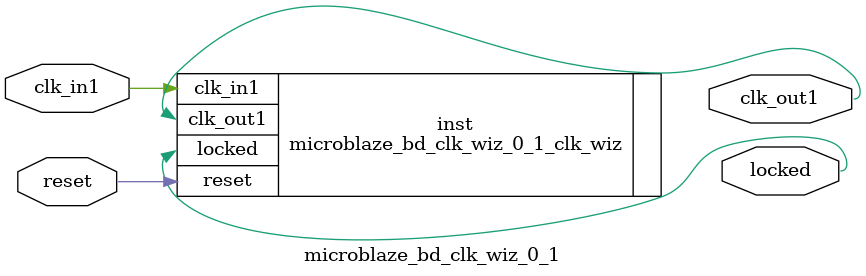
<source format=v>


`timescale 1ps/1ps

(* CORE_GENERATION_INFO = "microblaze_bd_clk_wiz_0_1,clk_wiz_v6_0_6_0_0,{component_name=microblaze_bd_clk_wiz_0_1,use_phase_alignment=true,use_min_o_jitter=false,use_max_i_jitter=false,use_dyn_phase_shift=false,use_inclk_switchover=false,use_dyn_reconfig=false,enable_axi=0,feedback_source=FDBK_AUTO,PRIMITIVE=MMCM,num_out_clk=1,clkin1_period=10.000,clkin2_period=10.000,use_power_down=false,use_reset=true,use_locked=true,use_inclk_stopped=false,feedback_type=SINGLE,CLOCK_MGR_TYPE=NA,manual_override=false}" *)

module microblaze_bd_clk_wiz_0_1 
 (
  // Clock out ports
  output        clk_out1,
  // Status and control signals
  input         reset,
  output        locked,
 // Clock in ports
  input         clk_in1
 );

  microblaze_bd_clk_wiz_0_1_clk_wiz inst
  (
  // Clock out ports  
  .clk_out1(clk_out1),
  // Status and control signals               
  .reset(reset), 
  .locked(locked),
 // Clock in ports
  .clk_in1(clk_in1)
  );

endmodule

</source>
